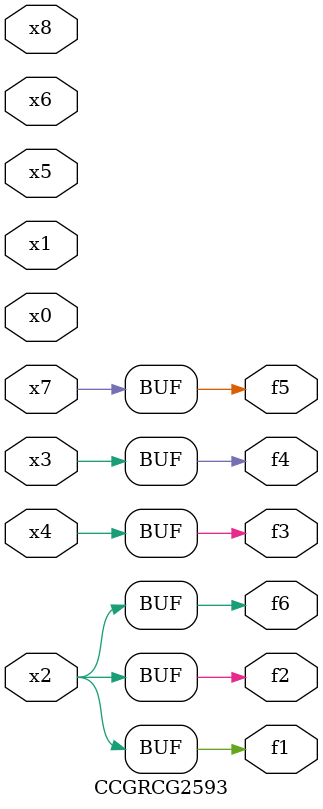
<source format=v>
module CCGRCG2593(
	input x0, x1, x2, x3, x4, x5, x6, x7, x8,
	output f1, f2, f3, f4, f5, f6
);
	assign f1 = x2;
	assign f2 = x2;
	assign f3 = x4;
	assign f4 = x3;
	assign f5 = x7;
	assign f6 = x2;
endmodule

</source>
